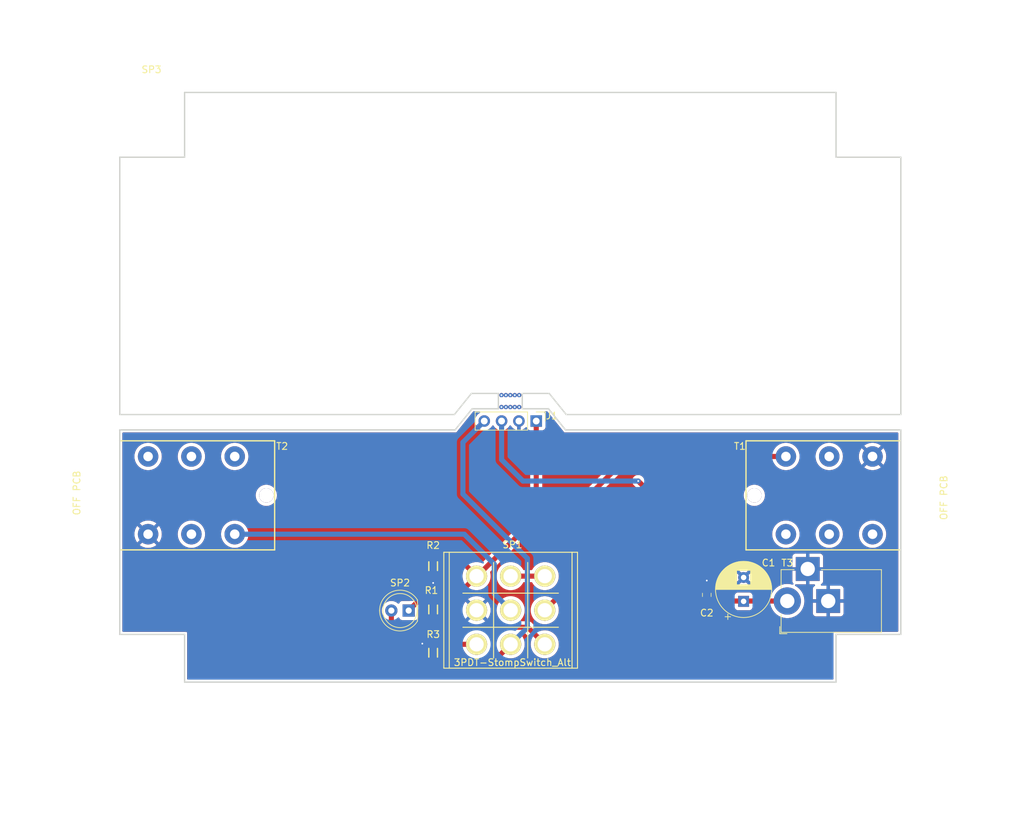
<source format=kicad_pcb>
(kicad_pcb (version 20221018) (generator pcbnew)
  (layers (0 "F.Cu" signal) (31 "B.Cu" signal) (34 "B.Paste" user) (35 "F.Paste" user) (36 "B.SilkS" user "B.Silkscreen") (37 "F.SilkS" user "F.Silkscreen") (38 "B.Mask" user) (39 "F.Mask" user) (44 "Edge.Cuts" user))
  (net 0 "")
  (net 1 "GND")
  (net 2 "+9V")
  (net 3 "Net-(R1-Pad2)")
  (net 4 "Net-(R1-Pad1)")
  (net 5 "Net-(T1-Pad5)")
  (net 6 "Net-(T1-Pad3)")
  (net 7 "Net-(T1-Pad2)")
  (net 8 "Net-(T1-Pad1)")
  (net 9 "Net-(T2-Pad5)")
  (net 10 "Net-(T2-Pad3)")
  (net 11 "Net-(T2-Pad2)")
  (net 12 "Net-(T2-Pad1)")
  (net 13 "/IN")
  (net 14 "/OUT")
  (net 15 "/Pedal_IN")
  (net 16 "/Pedal_OUT")
  (net 17 "/BYPASS")
  (footprint "AVR-KiCAD-Lib-Capacitors:C0805" (layer "F.Cu") (at 183.55 137.2 90)
    (fp_text reference "C2" (at -2.65 0 180) (layer "F.SilkS"))
    (fp_text value "CL21B104KCFNNNE" hide)
    (fp_line (start -0.254 -0.635) (end 0.254 -0.635) (stroke (width 0.1)) (layer "F.SilkS"))
    (fp_line (start -0.254 0.635) (end 0.254 0.635) (stroke (width 0.1)) (layer "F.SilkS"))
    (pad "1" smd roundrect (at -0.95 0 90) (size 1.321 1.524) (layers "F.Cu" "F.Paste" "F.Mask") (net 2 "+9V"))
    (pad "2" smd roundrect (at 0.95 0 90) (size 1.321 1.524) (layers "F.Cu" "F.Paste" "F.Mask") (net 1 "GND"))
  )
  (footprint "Connector_PinHeader_2.54mm:PinHeader_1x04_P2.54mm_Vertical" (layer "F.Cu") (at 158.55 111.7 -90)
    (fp_text reference "J1" (at -0.762 -2.286 180) (layer "F.SilkS"))
    (fp_text value "Conn_01x04_Female" hide)
    (fp_line (start -1.33 -1.33) (end 0 -1.33) (stroke (width 0.12)) (layer "F.SilkS"))
    (fp_line (start -1.33 0) (end -1.33 -1.33) (stroke (width 0.12)) (layer "F.SilkS"))
    (fp_line (start -1.33 1.27) (end -1.33 8.95) (stroke (width 0.12)) (layer "F.SilkS"))
    (fp_line (start -1.33 1.27) (end 1.33 1.27) (stroke (width 0.12)) (layer "F.SilkS"))
    (fp_line (start -1.33 8.95) (end 1.33 8.95) (stroke (width 0.12)) (layer "F.SilkS"))
    (fp_line (start 1.33 1.27) (end 1.33 8.95) (stroke (width 0.12)) (layer "F.SilkS"))
    (pad "1" thru_hole rect (at 0 0 270) (size 1.7 1.7) (drill 1) (layers "*.Cu" "*.Mask") (net 13 "/IN"))
    (pad "2" thru_hole oval (at 0 2.54 270) (size 1.7 1.7) (drill 1) (layers "*.Cu" "*.Mask") (net 1 "GND"))
    (pad "3" thru_hole oval (at 0 5.08 270) (size 1.7 1.7) (drill 1) (layers "*.Cu" "*.Mask") (net 2 "+9V"))
    (pad "4" thru_hole oval (at 0 7.62 270) (size 1.7 1.7) (drill 1) (layers "*.Cu" "*.Mask") (net 14 "/OUT"))
  )
  (footprint "AVR-KiCAD-Lib-Resistors:R1206" (layer "F.Cu") (at 143.438 139.338 90)
    (fp_text reference "R1" (at 2.794 -0.254) (layer "F.SilkS"))
    (fp_text value "RC1206FR-071KL" hide)
    (fp_line (start -0.635 -0.635) (end 0.635 -0.635) (stroke (width 0.2)) (layer "F.SilkS"))
    (fp_line (start 0.635 0.635) (end -0.635 0.635) (stroke (width 0.2)) (layer "F.SilkS"))
    (pad "1" smd roundrect (at -1.325 0 90) (size 1.1 2) (layers "F.Cu" "F.Paste" "F.Mask") (net 4 "Net-(R1-Pad1)"))
    (pad "2" smd roundrect (at 1.325 0 90) (size 1.1 2) (layers "F.Cu" "F.Paste" "F.Mask") (net 3 "Net-(R1-Pad2)"))
  )
  (footprint "AVR-KiCAD-Lib-Resistors:R1206" (layer "F.Cu") (at 143.438 132.988 -90)
    (fp_text reference "R2" (at -3.048 0 180) (layer "F.SilkS"))
    (fp_text value "RC1206FR-071ML" hide)
    (fp_line (start -0.635 -0.635) (end 0.635 -0.635) (stroke (width 0.2)) (layer "F.SilkS"))
    (fp_line (start 0.635 0.635) (end -0.635 0.635) (stroke (width 0.2)) (layer "F.SilkS"))
    (pad "1" smd roundrect (at -1.325 0 270) (size 1.1 2) (layers "F.Cu" "F.Paste" "F.Mask") (net 13 "/IN"))
    (pad "2" smd roundrect (at 1.325 0 270) (size 1.1 2) (layers "F.Cu" "F.Paste" "F.Mask") (net 1 "GND"))
  )
  (footprint "AVR-KiCAD-Lib-Resistors:R1206" (layer "F.Cu") (at 143.438 145.688 90)
    (fp_text reference "R3" (at 2.688 0.012) (layer "F.SilkS"))
    (fp_text value "RC1206FR-071ML" hide)
    (fp_line (start -0.635 -0.635) (end 0.635 -0.635) (stroke (width 0.2)) (layer "F.SilkS"))
    (fp_line (start 0.635 0.635) (end -0.635 0.635) (stroke (width 0.2)) (layer "F.SilkS"))
    (pad "1" smd roundrect (at -1.325 0 90) (size 1.1 2) (layers "F.Cu" "F.Paste" "F.Mask") (net 14 "/OUT"))
    (pad "2" smd roundrect (at 1.325 0 90) (size 1.1 2) (layers "F.Cu" "F.Paste" "F.Mask") (net 1 "GND"))
  )
  (footprint "AVR-KiCAD-Lib-Diodesl:LED_D5.0mm" (layer "F.Cu") (at 139.85 139.5 180)
    (fp_text reference "SP2" (at 1.27 4.064 180) (layer "F.SilkS"))
    (fp_text value "HLMP-4700-C0002" hide)
    (fp_line (start -1.29 -1.545) (end -1.29 1.545) (stroke (width 0.12)) (layer "F.SilkS"))
    (fp_arc (start -1.29 -1.54483) (mid 2.072002 -2.880433) (end 4.26 0.000462) (stroke (width 0.12)) (layer "F.SilkS"))
    (fp_arc (start 4.26 -0.000462) (mid 2.072002 2.880433) (end -1.29 1.54483) (stroke (width 0.12)) (layer "F.SilkS"))
    (fp_circle (center 1.27 0) (end 3.77 0) (stroke (width 0.12)) (fill none) (layer "F.SilkS"))
    (pad "1" thru_hole rect (at 0 0 180) (size 1.8 1.8) (drill 0.9) (layers "*.Cu" "*.Mask") (net 3 "Net-(R1-Pad2)"))
    (pad "2" thru_hole circle (at 2.54 0 180) (size 1.8 1.8) (drill 0.9) (layers "*.Cu" "*.Mask") (net 2 "+9V"))
  )
  (footprint "AVR-KiCAD-Lib-Connectors:ACJS-MHDR" (layer "F.Cu") (at 201.5 122.6)
    (fp_text reference "T1" (at -13.1 -7.2) (layer "F.SilkS"))
    (fp_text value "ACJS-MHDR")
    (fp_text user "OFF PCB" (at 16.8 0.35 90) (layer "F.SilkS"))
    (fp_line (start -12.2 -8) (end 10.5 -8) (stroke (width 0.2)) (layer "F.SilkS"))
    (fp_line (start -12.2 8) (end -12.2 -8) (stroke (width 0.2)) (layer "F.SilkS"))
    (fp_line (start -12.2 8) (end 10.5 8) (stroke (width 0.2)) (layer "F.SilkS"))
    (pad "1" thru_hole circle (at 6.35 5.7) (size 3 3) (drill 1.4) (layers "*.Cu" "*.Mask") (net 8 "Net-(T1-Pad1)"))
    (pad "2" thru_hole circle (at 0 5.7) (size 3 3) (drill 1.4) (layers "*.Cu" "*.Mask") (net 7 "Net-(T1-Pad2)"))
    (pad "3" thru_hole circle (at -6.35 5.7) (size 3 3) (drill 1.4) (layers "*.Cu" "*.Mask") (net 6 "Net-(T1-Pad3)"))
    (pad "4" thru_hole circle (at 6.35 -5.7) (size 3 3) (drill 1.4) (layers "*.Cu" "*.Mask") (net 1 "GND"))
    (pad "5" thru_hole circle (at 0 -5.7) (size 3 3) (drill 1.4) (layers "*.Cu" "*.Mask") (net 5 "Net-(T1-Pad5)"))
    (pad "6" thru_hole circle (at -6.35 -5.7) (size 3 3) (drill 1.4) (layers "*.Cu" "*.Mask") (net 15 "/Pedal_IN"))
    (pad "7" thru_hole circle (at -10.98 0) (size 2.1 2.1) (drill 2.1) (layers "*.Cu" "*.Mask"))
  )
  (footprint "AVR-KiCAD-Lib-Connectors:ACJS-MHDR" (layer "F.Cu") (at 108 122.6 180)
    (fp_text reference "T2" (at -13.3 7.2 180) (layer "F.SilkS"))
    (fp_text value "ACJS-MHDR")
    (fp_text user "OFF PCB" (at 16.8 0.35 270) (layer "F.SilkS"))
    (fp_line (start -12.2 -8) (end 10.5 -8) (stroke (width 0.2)) (layer "F.SilkS"))
    (fp_line (start -12.2 8) (end -12.2 -8) (stroke (width 0.2)) (layer "F.SilkS"))
    (fp_line (start -12.2 8) (end 10.5 8) (stroke (width 0.2)) (layer "F.SilkS"))
    (pad "1" thru_hole circle (at 6.35 5.7 180) (size 3 3) (drill 1.4) (layers "*.Cu" "*.Mask") (net 12 "Net-(T2-Pad1)"))
    (pad "2" thru_hole circle (at 0 5.7 180) (size 3 3) (drill 1.4) (layers "*.Cu" "*.Mask") (net 11 "Net-(T2-Pad2)"))
    (pad "3" thru_hole circle (at -6.35 5.7 180) (size 3 3) (drill 1.4) (layers "*.Cu" "*.Mask") (net 10 "Net-(T2-Pad3)"))
    (pad "4" thru_hole circle (at 6.35 -5.7 180) (size 3 3) (drill 1.4) (layers "*.Cu" "*.Mask") (net 1 "GND"))
    (pad "5" thru_hole circle (at 0 -5.7 180) (size 3 3) (drill 1.4) (layers "*.Cu" "*.Mask") (net 9 "Net-(T2-Pad5)"))
    (pad "6" thru_hole circle (at -6.35 -5.7 180) (size 3 3) (drill 1.4) (layers "*.Cu" "*.Mask") (net 16 "/Pedal_OUT"))
    (pad "7" thru_hole circle (at -10.98 0 180) (size 2.1 2.1) (drill 2.1) (layers "*.Cu" "*.Mask"))
  )
  (footprint "AVR-KiCAD-Lib-Special:Switches_Stomp_Switch_3PDT" (layer "F.Cu") (at 154.8 139.45)
    (fp_text reference "SP1" (at 0.254 -9.604) (layer "F.SilkS"))
    (fp_text value "3PDT-StompSwitch_Alt" (at 0.254 7.668) (layer "F.SilkS"))
    (fp_line (start -9.8 -8.5) (end -9 -8.5) (stroke (width 0.15)) (layer "F.SilkS"))
    (fp_line (start -9.8 8.5) (end -9.8 -8.5) (stroke (width 0.15)) (layer "F.SilkS"))
    (fp_line (start -9 -8.5) (end 9 -8.5) (stroke (width 0.15)) (layer "F.SilkS"))
    (fp_line (start -9 8.5) (end -9.8 8.5) (stroke (width 0.15)) (layer "F.SilkS"))
    (fp_line (start -9 8.5) (end -9 -8.5) (stroke (width 0.15)) (layer "F.SilkS"))
    (fp_line (start -9 8.5) (end 9 8.5) (stroke (width 0.15)) (layer "F.SilkS"))
    (fp_line (start -7 -2.5) (end 7 -2.5) (stroke (width 0.15)) (layer "F.SilkS"))
    (fp_line (start -2.5 -7) (end -2.5 7) (stroke (width 0.15)) (layer "F.SilkS"))
    (fp_line (start 2.5 7) (end 2.5 -7) (stroke (width 0.15)) (layer "F.SilkS"))
    (fp_line (start 7 2.5) (end -7 2.5) (stroke (width 0.15)) (layer "F.SilkS"))
    (fp_line (start 9 -8.5) (end 9 0) (stroke (width 0.15)) (layer "F.SilkS"))
    (fp_line (start 9 8.5) (end 9 0) (stroke (width 0.15)) (layer "F.SilkS"))
    (fp_line (start 9.8 -8.5) (end 9 -8.5) (stroke (width 0.15)) (layer "F.SilkS"))
    (fp_line (start 9.8 8.5) (end 9 8.5) (stroke (width 0.15)) (layer "F.SilkS"))
    (fp_line (start 9.8 8.5) (end 9.8 -8.5) (stroke (width 0.15)) (layer "F.SilkS"))
    (pad "1" thru_hole circle (at 5 -5) (size 3.1 3.1) (drill 2.1) (layers "*.Cu" "*.Mask" "F.SilkS") (net 17 "/BYPASS"))
    (pad "2" thru_hole circle (at 0 -5) (size 3.1 3.1) (drill 2.1) (layers "*.Cu" "*.Mask" "F.SilkS") (net 17 "/BYPASS"))
    (pad "3" thru_hole circle (at -5 -5) (size 3.1 3.1) (drill 2.1) (layers "*.Cu" "*.Mask" "F.SilkS") (net 13 "/IN"))
    (pad "4" thru_hole circle (at 5 0) (size 3.1 3.1) (drill 2.1) (layers "*.Cu" "*.Mask" "F.SilkS") (net 15 "/Pedal_IN"))
    (pad "5" thru_hole circle (at 0 0) (size 3.1 3.1) (drill 2.1) (layers "*.Cu" "*.Mask" "F.SilkS") (net 16 "/Pedal_OUT"))
    (pad "6" thru_hole circle (at -5 0) (size 3.1 3.1) (drill 2.1) (layers "*.Cu" "*.Mask" "F.SilkS") (net 1 "GND"))
    (pad "7" thru_hole circle (at 5 5) (size 3.1 3.1) (drill 2.1) (layers "*.Cu" "*.Mask" "F.SilkS") (net 13 "/IN"))
    (pad "8" thru_hole circle (at 0 5) (size 3.1 3.1) (drill 2.1) (layers "*.Cu" "*.Mask" "F.SilkS") (net 14 "/OUT"))
    (pad "9" thru_hole circle (at -5 5) (size 3.1 3.1) (drill 2.1) (layers "*.Cu" "*.Mask" "F.SilkS") (net 4 "Net-(R1-Pad1)"))
  )
  (footprint "AVR-KiCAD-Lib-Capacitors:CP_Radial_D8.0mm_P3.50mm" (layer "F.Cu") (at 188.95 138.15 90)
    (fp_text reference "C1" (at 5.65 3.65) (layer "F.SilkS"))
    (fp_text value "UFW1H101MPD" hide)
    (fp_line (start -2.659698 -2.315) (end -1.859698 -2.315) (stroke (width 0.12)) (layer "F.SilkS"))
    (fp_line (start -2.259698 -2.715) (end -2.259698 -1.915) (stroke (width 0.12)) (layer "F.SilkS"))
    (fp_line (start 1.75 -4.08) (end 1.75 4.08) (stroke (width 0.12)) (layer "F.SilkS"))
    (fp_line (start 1.79 -4.08) (end 1.79 4.08) (stroke (width 0.12)) (layer "F.SilkS"))
    (fp_line (start 1.83 -4.08) (end 1.83 4.08) (stroke (width 0.12)) (layer "F.SilkS"))
    (fp_line (start 1.87 -4.079) (end 1.87 4.079) (stroke (width 0.12)) (layer "F.SilkS"))
    (fp_line (start 1.91 -4.077) (end 1.91 4.077) (stroke (width 0.12)) (layer "F.SilkS"))
    (fp_line (start 1.95 -4.076) (end 1.95 4.076) (stroke (width 0.12)) (layer "F.SilkS"))
    (fp_line (start 1.99 -4.074) (end 1.99 4.074) (stroke (width 0.12)) (layer "F.SilkS"))
    (fp_line (start 2.03 -4.071) (end 2.03 4.071) (stroke (width 0.12)) (layer "F.SilkS"))
    (fp_line (start 2.07 -4.068) (end 2.07 4.068) (stroke (width 0.12)) (layer "F.SilkS"))
    (fp_line (start 2.11 -4.065) (end 2.11 4.065) (stroke (width 0.12)) (layer "F.SilkS"))
    (fp_line (start 2.15 -4.061) (end 2.15 4.061) (stroke (width 0.12)) (layer "F.SilkS"))
    (fp_line (start 2.19 -4.057) (end 2.19 4.057) (stroke (width 0.12)) (layer "F.SilkS"))
    (fp_line (start 2.23 -4.052) (end 2.23 4.052) (stroke (width 0.12)) (layer "F.SilkS"))
    (fp_line (start 2.27 -4.048) (end 2.27 4.048) (stroke (width 0.12)) (layer "F.SilkS"))
    (fp_line (start 2.31 -4.042) (end 2.31 4.042) (stroke (width 0.12)) (layer "F.SilkS"))
    (fp_line (start 2.35 -4.037) (end 2.35 4.037) (stroke (width 0.12)) (layer "F.SilkS"))
    (fp_line (start 2.39 -4.03) (end 2.39 4.03) (stroke (width 0.12)) (layer "F.SilkS"))
    (fp_line (start 2.43 -4.024) (end 2.43 4.024) (stroke (width 0.12)) (layer "F.SilkS"))
    (fp_line (start 2.471 -4.017) (end 2.471 -1.04) (stroke (width 0.12)) (layer "F.SilkS"))
    (fp_line (start 2.471 1.04) (end 2.471 4.017) (stroke (width 0.12)) (layer "F.SilkS"))
    (fp_line (start 2.511 -4.01) (end 2.511 -1.04) (stroke (width 0.12)) (layer "F.SilkS"))
    (fp_line (start 2.511 1.04) (end 2.511 4.01) (stroke (width 0.12)) (layer "F.SilkS"))
    (fp_line (start 2.551 -4.002) (end 2.551 -1.04) (stroke (width 0.12)) (layer "F.SilkS"))
    (fp_line (start 2.551 1.04) (end 2.551 4.002) (stroke (width 0.12)) (layer "F.SilkS"))
    (fp_line (start 2.591 -3.994) (end 2.591 -1.04) (stroke (width 0.12)) (layer "F.SilkS"))
    (fp_line (start 2.591 1.04) (end 2.591 3.994) (stroke (width 0.12)) (layer "F.SilkS"))
    (fp_line (start 2.631 -3.985) (end 2.631 -1.04) (stroke (width 0.12)) (layer "F.SilkS"))
    (fp_line (start 2.631 1.04) (end 2.631 3.985) (stroke (width 0.12)) (layer "F.SilkS"))
    (fp_line (start 2.671 -3.976) (end 2.671 -1.04) (stroke (width 0.12)) (layer "F.SilkS"))
    (fp_line (start 2.671 1.04) (end 2.671 3.976) (stroke (width 0.12)) (layer "F.SilkS"))
    (fp_line (start 2.711 -3.967) (end 2.711 -1.04) (stroke (width 0.12)) (layer "F.SilkS"))
    (fp_line (start 2.711 1.04) (end 2.711 3.967) (stroke (width 0.12)) (layer "F.SilkS"))
    (fp_line (start 2.751 -3.957) (end 2.751 -1.04) (stroke (width 0.12)) (layer "F.SilkS"))
    (fp_line (start 2.751 1.04) (end 2.751 3.957) (stroke (width 0.12)) (layer "F.SilkS"))
    (fp_line (start 2.791 -3.947) (end 2.791 -1.04) (stroke (width 0.12)) (layer "F.SilkS"))
    (fp_line (start 2.791 1.04) (end 2.791 3.947) (stroke (width 0.12)) (layer "F.SilkS"))
    (fp_line (start 2.831 -3.936) (end 2.831 -1.04) (stroke (width 0.12)) (layer "F.SilkS"))
    (fp_line (start 2.831 1.04) (end 2.831 3.936) (stroke (width 0.12)) (layer "F.SilkS"))
    (fp_line (start 2.871 -3.925) (end 2.871 -1.04) (stroke (width 0.12)) (layer "F.SilkS"))
    (fp_line (start 2.871 1.04) (end 2.871 3.925) (stroke (width 0.12)) (layer "F.SilkS"))
    (fp_line (start 2.911 -3.914) (end 2.911 -1.04) (stroke (width 0.12)) (layer "F.SilkS"))
    (fp_line (start 2.911 1.04) (end 2.911 3.914) (stroke (width 0.12)) (layer "F.SilkS"))
    (fp_line (start 2.951 -3.902) (end 2.951 -1.04) (stroke (width 0.12)) (layer "F.SilkS"))
    (fp_line (start 2.951 1.04) (end 2.951 3.902) (stroke (width 0.12)) (layer "F.SilkS"))
    (fp_line (start 2.991 -3.889) (end 2.991 -1.04) (stroke (width 0.12)) (layer "F.SilkS"))
    (fp_line (start 2.991 1.04) (end 2.991 3.889) (stroke (width 0.12)) (layer "F.SilkS"))
    (fp_line (start 3.031 -3.877) (end 3.031 -1.04) (stroke (width 0.12)) (layer "F.SilkS"))
    (fp_line (start 3.031 1.04) (end 3.031 3.877) (stroke (width 0.12)) (layer "F.SilkS"))
    (fp_line (start 3.071 -3.863) (end 3.071 -1.04) (stroke (width 0.12)) (layer "F.SilkS"))
    (fp_line (start 3.071 1.04) (end 3.071 3.863) (stroke (width 0.12)) (layer "F.SilkS"))
    (fp_line (start 3.111 -3.85) (end 3.111 -1.04) (stroke (width 0.12)) (layer "F.SilkS"))
    (fp_line (start 3.111 1.04) (end 3.111 3.85) (stroke (width 0.12)) (layer "F.SilkS"))
    (fp_line (start 3.151 -3.835) (end 3.151 -1.04) (stroke (width 0.12)) (layer "F.SilkS"))
    (fp_line (start 3.151 1.04) (end 3.151 3.835) (stroke (width 0.12)) (layer "F.SilkS"))
    (fp_line (start 3.191 -3.821) (end 3.191 -1.04) (stroke (width 0.12)) (layer "F.SilkS"))
    (fp_line (start 3.191 1.04) (end 3.191 3.821) (stroke (width 0.12)) (layer "F.SilkS"))
    (fp_line (start 3.231 -3.805) (end 3.231 -1.04) (stroke (width 0.12)) (layer "F.SilkS"))
    (fp_line (start 3.231 1.04) (end 3.231 3.805) (stroke (width 0.12)) (layer "F.SilkS"))
    (fp_line (start 3.271 -3.79) (end 3.271 -1.04) (stroke (width 0.12)) (layer "F.SilkS"))
    (fp_line (start 3.271 1.04) (end 3.271 3.79) (stroke (width 0.12)) (layer "F.SilkS"))
    (fp_line (start 3.311 -3.774) (end 3.311 -1.04) (stroke (width 0.12)) (layer "F.SilkS"))
    (fp_line (start 3.311 1.04) (end 3.311 3.774) (stroke (width 0.12)) (layer "F.SilkS"))
    (fp_line (start 3.351 -3.757) (end 3.351 -1.04) (stroke (width 0.12)) (layer "F.SilkS"))
    (fp_line (start 3.351 1.04) (end 3.351 3.757) (stroke (width 0.12)) (layer "F.SilkS"))
    (fp_line (start 3.391 -3.74) (end 3.391 -1.04) (stroke (width 0.12)) (layer "F.SilkS"))
    (fp_line (start 3.391 1.04) (end 3.391 3.74) (stroke (width 0.12)) (layer "F.SilkS"))
    (fp_line (start 3.431 -3.722) (end 3.431 -1.04) (stroke (width 0.12)) (layer "F.SilkS"))
    (fp_line (start 3.431 1.04) (end 3.431 3.722) (stroke (width 0.12)) (layer "F.SilkS"))
    (fp_line (start 3.471 -3.704) (end 3.471 -1.04) (stroke (width 0.12)) (layer "F.SilkS"))
    (fp_line (start 3.471 1.04) (end 3.471 3.704) (stroke (width 0.12)) (layer "F.SilkS"))
    (fp_line (start 3.511 -3.686) (end 3.511 -1.04) (stroke (width 0.12)) (layer "F.SilkS"))
    (fp_line (start 3.511 1.04) (end 3.511 3.686) (stroke (width 0.12)) (layer "F.SilkS"))
    (fp_line (start 3.551 -3.666) (end 3.551 -1.04) (stroke (width 0.12)) (layer "F.SilkS"))
    (fp_line (start 3.551 1.04) (end 3.551 3.666) (stroke (width 0.12)) (layer "F.SilkS"))
    (fp_line (start 3.591 -3.647) (end 3.591 -1.04) (stroke (width 0.12)) (layer "F.SilkS"))
    (fp_line (start 3.591 1.04) (end 3.591 3.647) (stroke (width 0.12)) (layer "F.SilkS"))
    (fp_line (start 3.631 -3.627) (end 3.631 -1.04) (stroke (width 0.12)) (layer "F.SilkS"))
    (fp_line (start 3.631 1.04) (end 3.631 3.627) (stroke (width 0.12)) (layer "F.SilkS"))
    (fp_line (start 3.671 -3.606) (end 3.671 -1.04) (stroke (width 0.12)) (layer "F.SilkS"))
    (fp_line (start 3.671 1.04) (end 3.671 3.606) (stroke (width 0.12)) (layer "F.SilkS"))
    (fp_line (start 3.711 -3.584) (end 3.711 -1.04) (stroke (width 0.12)) (layer "F.SilkS"))
    (fp_line (start 3.711 1.04) (end 3.711 3.584) (stroke (width 0.12)) (layer "F.SilkS"))
    (fp_line (start 3.751 -3.562) (end 3.751 -1.04) (stroke (width 0.12)) (layer "F.SilkS"))
    (fp_line (start 3.751 1.04) (end 3.751 3.562) (stroke (width 0.12)) (layer "F.SilkS"))
    (fp_line (start 3.791 -3.54) (end 3.791 -1.04) (stroke (width 0.12)) (layer "F.SilkS"))
    (fp_line (start 3.791 1.04) (end 3.791 3.54) (stroke (width 0.12)) (layer "F.SilkS"))
    (fp_line (start 3.831 -3.517) (end 3.831 -1.04) (stroke (width 0.12)) (layer "F.SilkS"))
    (fp_line (start 3.831 1.04) (end 3.831 3.517) (stroke (width 0.12)) (layer "F.SilkS"))
    (fp_line (start 3.871 -3.493) (end 3.871 -1.04) (stroke (width 0.12)) (layer "F.SilkS"))
    (fp_line (start 3.871 1.04) (end 3.871 3.493) (stroke (width 0.12)) (layer "F.SilkS"))
    (fp_line (start 3.911 -3.469) (end 3.911 -1.04) (stroke (width 0.12)) (layer "F.SilkS"))
    (fp_line (start 3.911 1.04) (end 3.911 3.469) (stroke (width 0.12)) (layer "F.SilkS"))
    (fp_line (start 3.951 -3.444) (end 3.951 -1.04) (stroke (width 0.12)) (layer "F.SilkS"))
    (fp_line (start 3.951 1.04) (end 3.951 3.444) (stroke (width 0.12)) (layer "F.SilkS"))
    (fp_line (start 3.991 -3.418) (end 3.991 -1.04) (stroke (width 0.12)) (layer "F.SilkS"))
    (fp_line (start 3.991 1.04) (end 3.991 3.418) (stroke (width 0.12)) (layer "F.SilkS"))
    (fp_line (start 4.031 -3.392) (end 4.031 -1.04) (stroke (width 0.12)) (layer "F.SilkS"))
    (fp_line (start 4.031 1.04) (end 4.031 3.392) (stroke (width 0.12)) (layer "F.SilkS"))
    (fp_line (start 4.071 -3.365) (end 4.071 -1.04) (stroke (width 0.12)) (layer "F.SilkS"))
    (fp_line (start 4.071 1.04) (end 4.071 3.365) (stroke (width 0.12)) (layer "F.SilkS"))
    (fp_line (start 4.111 -3.338) (end 4.111 -1.04) (stroke (width 0.12)) (layer "F.SilkS"))
    (fp_line (start 4.111 1.04) (end 4.111 3.338) (stroke (width 0.12)) (layer "F.SilkS"))
    (fp_line (start 4.151 -3.309) (end 4.151 -1.04) (stroke (width 0.12)) (layer "F.SilkS"))
    (fp_line (start 4.151 1.04) (end 4.151 3.309) (stroke (width 0.12)) (layer "F.SilkS"))
    (fp_line (start 4.191 -3.28) (end 4.191 -1.04) (stroke (width 0.12)) (layer "F.SilkS"))
    (fp_line (start 4.191 1.04) (end 4.191 3.28) (stroke (width 0.12)) (layer "F.SilkS"))
    (fp_line (start 4.231 -3.25) (end 4.231 -1.04) (stroke (width 0.12)) (layer "F.SilkS"))
    (fp_line (start 4.231 1.04) (end 4.231 3.25) (stroke (width 0.12)) (layer "F.SilkS"))
    (fp_line (start 4.271 -3.22) (end 4.271 -1.04) (stroke (width 0.12)) (layer "F.SilkS"))
    (fp_line (start 4.271 1.04) (end 4.271 3.22) (stroke (width 0.12)) (layer "F.SilkS"))
    (fp_line (start 4.311 -3.189) (end 4.311 -1.04) (stroke (width 0.12)) (layer "F.SilkS"))
    (fp_line (start 4.311 1.04) (end 4.311 3.189) (stroke (width 0.12)) (layer "F.SilkS"))
    (fp_line (start 4.351 -3.156) (end 4.351 -1.04) (stroke (width 0.12)) (layer "F.SilkS"))
    (fp_line (start 4.351 1.04) (end 4.351 3.156) (stroke (width 0.12)) (layer "F.SilkS"))
    (fp_line (start 4.391 -3.124) (end 4.391 -1.04) (stroke (width 0.12)) (layer "F.SilkS"))
    (fp_line (start 4.391 1.04) (end 4.391 3.124) (stroke (width 0.12)) (layer "F.SilkS"))
    (fp_line (start 4.431 -3.09) (end 4.431 -1.04) (stroke (width 0.12)) (layer "F.SilkS"))
    (fp_line (start 4.431 1.04) (end 4.431 3.09) (stroke (width 0.12)) (layer "F.SilkS"))
    (fp_line (start 4.471 -3.055) (end 4.471 -1.04) (stroke (width 0.12)) (layer "F.SilkS"))
    (fp_line (start 4.471 1.04) (end 4.471 3.055) (stroke (width 0.12)) (layer "F.SilkS"))
    (fp_line (start 4.511 -3.019) (end 4.511 -1.04) (stroke (width 0.12)) (layer "F.SilkS"))
    (fp_line (start 4.511 1.04) (end 4.511 3.019) (stroke (width 0.12)) (layer "F.SilkS"))
    (fp_line (start 4.551 -2.983) (end 4.551 2.983) (stroke (width 0.12)) (layer "F.SilkS"))
    (fp_line (start 4.591 -2.945) (end 4.591 2.945) (stroke (width 0.12)) (layer "F.SilkS"))
    (fp_line (start 4.631 -2.907) (end 4.631 2.907) (stroke (width 0.12)) (layer "F.SilkS"))
    (fp_line (start 4.671 -2.867) (end 4.671 2.867) (stroke (width 0.12)) (layer "F.SilkS"))
    (fp_line (start 4.711 -2.826) (end 4.711 2.826) (stroke (width 0.12)) (layer "F.SilkS"))
    (fp_line (start 4.751 -2.784) (end 4.751 2.784) (stroke (width 0.12)) (layer "F.SilkS"))
    (fp_line (start 4.791 -2.741) (end 4.791 2.741) (stroke (width 0.12)) (layer "F.SilkS"))
    (fp_line (start 4.831 -2.697) (end 4.831 2.697) (stroke (width 0.12)) (layer "F.SilkS"))
    (fp_line (start 4.871 -2.651) (end 4.871 2.651) (stroke (width 0.12)) (layer "F.SilkS"))
    (fp_line (start 4.911 -2.604) (end 4.911 2.604) (stroke (width 0.12)) (layer "F.SilkS"))
    (fp_line (start 4.951 -2.556) (end 4.951 2.556) (stroke (width 0.12)) (layer "F.SilkS"))
    (fp_line (start 4.991 -2.505) (end 4.991 2.505) (stroke (width 0.12)) (layer "F.SilkS"))
    (fp_line (start 5.031 -2.454) (end 5.031 2.454) (stroke (width 0.12)) (layer "F.SilkS"))
    (fp_line (start 5.071 -2.4) (end 5.071 2.4) (stroke (width 0.12)) (layer "F.SilkS"))
    (fp_line (start 5.111 -2.345) (end 5.111 2.345) (stroke (width 0.12)) (layer "F.SilkS"))
    (fp_line (start 5.151 -2.287) (end 5.151 2.287) (stroke (width 0.12)) (layer "F.SilkS"))
    (fp_line (start 5.191 -2.228) (end 5.191 2.228) (stroke (width 0.12)) (layer "F.SilkS"))
    (fp_line (start 5.231 -2.166) (end 5.231 2.166) (stroke (width 0.12)) (layer "F.SilkS"))
    (fp_line (start 5.271 -2.102) (end 5.271 2.102) (stroke (width 0.12)) (layer "F.SilkS"))
    (fp_line (start 5.311 -2.034) (end 5.311 2.034) (stroke (width 0.12)) (layer "F.SilkS"))
    (fp_line (start 5.351 -1.964) (end 5.351 1.964) (stroke (width 0.12)) (layer "F.SilkS"))
    (fp_line (start 5.391 -1.89) (end 5.391 1.89) (stroke (width 0.12)) (layer "F.SilkS"))
    (fp_line (start 5.431 -1.813) (end 5.431 1.813) (stroke (width 0.12)) (layer "F.SilkS"))
    (fp_line (start 5.471 -1.731) (end 5.471 1.731) (stroke (width 0.12)) (layer "F.SilkS"))
    (fp_line (start 5.511 -1.645) (end 5.511 1.645) (stroke (width 0.12)) (layer "F.SilkS"))
    (fp_line (start 5.551 -1.552) (end 5.551 1.552) (stroke (width 0.12)) (layer "F.SilkS"))
    (fp_line (start 5.591 -1.453) (end 5.591 1.453) (stroke (width 0.12)) (layer "F.SilkS"))
    (fp_line (start 5.631 -1.346) (end 5.631 1.346) (stroke (width 0.12)) (layer "F.SilkS"))
    (fp_line (start 5.671 -1.229) (end 5.671 1.229) (stroke (width 0.12)) (layer "F.SilkS"))
    (fp_line (start 5.711 -1.098) (end 5.711 1.098) (stroke (width 0.12)) (layer "F.SilkS"))
    (fp_line (start 5.751 -0.948) (end 5.751 0.948) (stroke (width 0.12)) (layer "F.SilkS"))
    (fp_line (start 5.791 -0.768) (end 5.791 0.768) (stroke (width 0.12)) (layer "F.SilkS"))
    (fp_line (start 5.831 -0.533) (end 5.831 0.533) (stroke (width 0.12)) (layer "F.SilkS"))
    (fp_circle (center 1.75 0) (end 5.87 0) (stroke (width 0.12)) (fill none) (layer "F.SilkS"))
    (pad "1" thru_hole rect (at 0 0 90) (size 1.6 1.6) (drill 0.8) (layers "*.Cu" "*.Mask") (net 2 "+9V"))
    (pad "2" thru_hole circle (at 3.5 0 90) (size 1.6 1.6) (drill 0.8) (layers "*.Cu" "*.Mask") (net 1 "GND"))
  )
  (footprint "AVR-KiCAD-Lib-Connectors:BarrelJack_Horizontal" (layer "F.Cu") (at 195.35 138.1 180)
    (fp_text reference "T3" (at 0 5.588 180) (layer "F.SilkS"))
    (fp_text value "54-00129")
    (fp_line (start -13.8 -4.6) (end 0.9 -4.6) (stroke (width 0.12)) (layer "F.SilkS"))
    (fp_line (start -13.8 4.6) (end -13.8 -4.6) (stroke (width 0.12)) (layer "F.SilkS"))
    (fp_line (start -5 4.6) (end -13.8 4.6) (stroke (width 0.12)) (layer "F.SilkS"))
    (fp_line (start 0.05 -4.8) (end 1.1 -4.8) (stroke (width 0.12)) (layer "F.SilkS"))
    (fp_line (start 0.9 -4.6) (end 0.9 -2) (stroke (width 0.12)) (layer "F.SilkS"))
    (fp_line (start 0.9 1.9) (end 0.9 4.6) (stroke (width 0.12)) (layer "F.SilkS"))
    (fp_line (start 0.9 4.6) (end -1 4.6) (stroke (width 0.12)) (layer "F.SilkS"))
    (fp_line (start 1.1 -3.75) (end 1.1 -4.8) (stroke (width 0.12)) (layer "F.SilkS"))
    (pad "1" thru_hole circle (at 0 0 180) (size 4 4) (drill 2.1) (layers "*.Cu" "*.Mask") (net 2 "+9V"))
    (pad "2" thru_hole rect (at -6 0 180) (size 3.5 3.5) (drill 2.1) (layers "*.Cu" "*.Mask") (net 1 "GND"))
    (pad "3" thru_hole rect (at -3 4.7 180) (size 3.5 3.5) (drill 2.1) (layers "*.Cu" "*.Mask") (net 1 "GND"))
  )
  (footprint "AVR-KiCAD-Lib-Special:1590BB" (layer "F.Cu") (at 100 150)
    (fp_text reference "SP3" (at 2.15 -89.85) (layer "F.SilkS"))
    (fp_text value "Hammond_1590BB")
  )
  (gr_line (start 202.5 150) (end 202.5 143) (stroke (width 0.2)) (layer "Edge.Cuts"))
  (gr_line (start 212 143) (end 202.5 143) (stroke (width 0.2)) (layer "Edge.Cuts"))
  (gr_line (start 212 143) (end 212 113) (stroke (width 0.2)) (layer "Edge.Cuts"))
  (gr_line (start 97.5 143) (end 97.5 113) (stroke (width 0.2)) (layer "Edge.Cuts"))
  (gr_line (start 146.65 113) (end 149.15 109.9) (stroke (width 0.2)) (layer "Edge.Cuts"))
  (gr_line (start 146.65 113) (end 97.5 113) (stroke (width 0.2)) (layer "Edge.Cuts"))
  (gr_line (start 160.45 107.65) (end 162.95 110.75) (stroke (width 0.2)) (layer "Edge.Cuts"))
  (gr_line (start 146.55 110.75) (end 149.05 107.65) (stroke (width 0.2)) (layer "Edge.Cuts"))
  (gr_line (start 97.5 110.75) (end 146.55 110.75) (stroke (width 0.2)) (layer "Edge.Cuts"))
  (gr_line (start 107 63.5) (end 107 73) (stroke (width 0.2)) (layer "Edge.Cuts"))
  (gr_line (start 202.5 63.5) (end 107 63.5) (stroke (width 0.2)) (layer "Edge.Cuts"))
  (gr_line (start 202.5 73) (end 212 73) (stroke (width 0.2)) (layer "Edge.Cuts"))
  (gr_line (start 212 110.75) (end 212 73) (stroke (width 0.2)) (layer "Edge.Cuts"))
  (gr_line (start 153 109.9) (end 153 107.65) (stroke (width 0.2)) (layer "Edge.Cuts"))
  (gr_line (start 153 107.65) (end 149.05 107.65) (stroke (width 0.2)) (layer "Edge.Cuts"))
  (gr_line (start 160.45 107.65) (end 156.5 107.65) (stroke (width 0.2)) (layer "Edge.Cuts"))
  (gr_line (start 149.15 109.9) (end 153 109.9) (stroke (width 0.2)) (layer "Edge.Cuts"))
  (gr_line (start 107 143) (end 97.5 143) (stroke (width 0.2)) (layer "Edge.Cuts"))
  (gr_line (start 97.5 110.75) (end 97.5 73) (stroke (width 0.2)) (layer "Edge.Cuts"))
  (gr_line (start 162.85 113) (end 212 113) (stroke (width 0.2)) (layer "Edge.Cuts"))
  (gr_line (start 160.35 109.9) (end 156.5 109.9) (stroke (width 0.2)) (layer "Edge.Cuts"))
  (gr_line (start 107 150) (end 107 143) (stroke (width 0.2)) (layer "Edge.Cuts"))
  (gr_line (start 160.35 109.9) (end 162.85 113) (stroke (width 0.2)) (layer "Edge.Cuts"))
  (gr_line (start 156.5 109.9) (end 156.5 107.65) (stroke (width 0.2)) (layer "Edge.Cuts"))
  (gr_line (start 107 73) (end 97.5 73) (stroke (width 0.2)) (layer "Edge.Cuts"))
  (gr_line (start 202.5 63.5) (end 202.5 73) (stroke (width 0.2)) (layer "Edge.Cuts"))
  (gr_line (start 202.5 150) (end 107 150) (stroke (width 0.2)) (layer "Edge.Cuts"))
  (gr_line (start 212 110.75) (end 162.95 110.75) (stroke (width 0.2)) (layer "Edge.Cuts"))
  (via (at 154.1 107.9) (size 0.635) (drill 0.254) (layers "F.Cu" "B.Cu") (net 0))
  (via (at 154.75 109.65) (size 0.635) (drill 0.254) (layers "F.Cu" "B.Cu") (net 0))
  (via (at 154.1 109.65) (size 0.635) (drill 0.254) (layers "F.Cu" "B.Cu") (net 0))
  (via (at 155.4 109.65) (size 0.635) (drill 0.254) (layers "F.Cu" "B.Cu") (net 0))
  (via (at 156.05 109.65) (size 0.635) (drill 0.254) (layers "F.Cu" "B.Cu") (net 0))
  (via (at 153.45 109.65) (size 0.635) (drill 0.254) (layers "F.Cu" "B.Cu") (net 0))
  (via (at 156.05 107.9) (size 0.635) (drill 0.254) (layers "F.Cu" "B.Cu") (net 0))
  (via (at 154.75 107.9) (size 0.635) (drill 0.254) (layers "F.Cu" "B.Cu") (net 0))
  (via (at 155.4 107.9) (size 0.635) (drill 0.254) (layers "F.Cu" "B.Cu") (net 0))
  (via (at 153.45 107.9) (size 0.635) (drill 0.254) (layers "F.Cu" "B.Cu") (net 0))
  (segment (start 141.863 144.363) (end 141.85 144.35) (width 0.25) (layer "F.Cu") (net 1))
  (segment (start 183.55 136.25) (end 183.55 135.1) (width 0.75) (layer "F.Cu") (net 1))
  (segment (start 143.438 135.45) (end 143.438 134.313) (width 0.75) (layer "F.Cu") (net 1))
  (segment (start 143.438 144.363) (end 141.863 144.363) (width 0.75) (layer "F.Cu") (net 1))
  (via (at 143.438 135.45) (size 0.635) (drill 0.254) (layers "F.Cu" "B.Cu") (net 1))
  (via (at 141.85 144.35) (size 0.635) (drill 0.254) (layers "F.Cu" "B.Cu") (net 1))
  (via (at 183.55 135.1) (size 0.635) (drill 0.254) (layers "F.Cu" "B.Cu") (net 1))
  (segment (start 164.8 148.95) (end 140.9 148.95) (width 0.75) (layer "F.Cu") (net 2))
  (segment (start 175.65 138.1) (end 164.8 148.95) (width 0.75) (layer "F.Cu") (net 2))
  (segment (start 175.65 122.649952) (end 173.817547 120.817499) (width 0.75) (layer "F.Cu") (net 2))
  (segment (start 140.9 148.95) (end 137.31 145.36) (width 0.75) (layer "F.Cu") (net 2))
  (segment (start 137.31 145.36) (end 137.31 139.5) (width 0.75) (layer "F.Cu") (net 2))
  (segment (start 175.65 138.1) (end 175.65 122.649952) (width 0.75) (layer "F.Cu") (net 2))
  (segment (start 173.817547 120.817499) (end 173.500048 120.5) (width 0.75) (layer "F.Cu") (net 2))
  (segment (start 195.35 138.1) (end 175.65 138.1) (width 0.75) (layer "F.Cu") (net 2))
  (via (at 173.500048 120.5) (size 0.635) (drill 0.254) (layers "F.Cu" "B.Cu") (net 2))
  (segment (start 156.6 120.5) (end 153.47 117.37) (width 0.75) (layer "B.Cu") (net 2))
  (segment (start 173.5 120.5) (end 156.6 120.5) (width 0.75) (layer "B.Cu") (net 2))
  (segment (start 153.47 117.37) (end 153.47 111.7) (width 0.75) (layer "B.Cu") (net 2))
  (segment (start 141.337 138.013) (end 139.85 139.5) (width 0.75) (layer "F.Cu") (net 3))
  (segment (start 143.438 138.013) (end 141.337 138.013) (width 0.75) (layer "F.Cu") (net 3))
  (segment (start 146.05 142.892031) (end 146.05 141.6) (width 0.75) (layer "F.Cu") (net 4))
  (segment (start 146.05 141.6) (end 145.113 140.663) (width 0.75) (layer "F.Cu") (net 4))
  (segment (start 149.8 144.45) (end 147.607969 144.45) (width 0.75) (layer "F.Cu") (net 4))
  (segment (start 144.787 140.663) (end 143.438 140.663) (width 0.75) (layer "F.Cu") (net 4))
  (segment (start 145.113 140.663) (end 144.787 140.663) (width 0.75) (layer "F.Cu") (net 4))
  (segment (start 147.607969 144.45) (end 146.05 142.892031) (width 0.75) (layer "F.Cu") (net 4))
  (segment (start 146.9 140.35) (end 146.9 137.35) (width 0.75) (layer "F.Cu") (net 13))
  (segment (start 143.438 131.663) (end 143.425 131.65) (width 0.75) (layer "F.Cu") (net 13))
  (segment (start 157.3 141.95) (end 148.5 141.95) (width 0.75) (layer "F.Cu") (net 13))
  (segment (start 149.8 134.45) (end 147.013 131.663) (width 0.75) (layer "F.Cu") (net 13))
  (segment (start 146.9 137.35) (end 149.8 134.45) (width 0.75) (layer "F.Cu") (net 13))
  (segment (start 147.013 131.663) (end 143.438 131.663) (width 0.75) (layer "F.Cu") (net 13))
  (segment (start 158.55 125.8) (end 149.9 134.45) (width 0.75) (layer "F.Cu") (net 13))
  (segment (start 149.9 134.45) (end 149.8 134.45) (width 0.75) (layer "F.Cu") (net 13))
  (segment (start 158.55 111.7) (end 158.55 125.8) (width 0.75) (layer "F.Cu") (net 13))
  (segment (start 148.5 141.95) (end 146.9 140.35) (width 0.75) (layer "F.Cu") (net 13))
  (segment (start 159.8 144.45) (end 157.3 141.95) (width 0.75) (layer "F.Cu") (net 13))
  (segment (start 154.8 144.45) (end 152.237 147.013) (width 0.75) (layer "F.Cu") (net 14))
  (segment (start 152.237 147.013) (end 143.438 147.013) (width 0.75) (layer "F.Cu") (net 14))
  (segment (start 147.8 122.4) (end 147.8 114.83) (width 0.75) (layer "B.Cu") (net 14))
  (segment (start 154.8 144.45) (end 157.25 142) (width 0.75) (layer "B.Cu") (net 14))
  (segment (start 157.25 131.85) (end 147.8 122.4) (width 0.75) (layer "B.Cu") (net 14))
  (segment (start 147.8 114.83) (end 150.93 111.7) (width 0.75) (layer "B.Cu") (net 14))
  (segment (start 157.25 142) (end 157.25 131.85) (width 0.75) (layer "B.Cu") (net 14))
  (segment (start 161.349999 137.900001) (end 159.8 139.45) (width 0.75) (layer "F.Cu") (net 15))
  (segment (start 172.023799 116.9) (end 164.347589 124.57621) (width 0.75) (layer "F.Cu") (net 15))
  (segment (start 164.347589 134.902411) (end 161.349999 137.900001) (width 0.75) (layer "F.Cu") (net 15))
  (segment (start 164.347589 124.57621) (end 164.347589 134.902411) (width 0.75) (layer "F.Cu") (net 15))
  (segment (start 195.15 116.9) (end 172.023799 116.9) (width 0.75) (layer "F.Cu") (net 15))
  (segment (start 152.4 137.05) (end 154.8 139.45) (width 0.75) (layer "B.Cu") (net 16))
  (segment (start 152.4 132.7) (end 152.4 137.05) (width 0.75) (layer "B.Cu") (net 16))
  (segment (start 114.35 128.3) (end 148 128.3) (width 0.75) (layer "B.Cu") (net 16))
  (segment (start 148 128.3) (end 152.4 132.7) (width 0.75) (layer "B.Cu") (net 16))
  (segment (start 157.607969 134.45) (end 154.8 134.45) (width 0.75) (layer "F.Cu") (net 17))
  (segment (start 159.8 134.45) (end 157.607969 134.45) (width 0.75) (layer "F.Cu") (net 17))
  (zone (net 1) (net_name "GND") (layer "F.Cu") (connect_pads (clearance 0.508)) (min_thickness 0.254) (fill yes (thermal_gap 0.508) (thermal_bridge_width 0.508))
    (polygon (pts (xy 202.5 150) (xy 107 150) (xy 107 143) (xy 97.5 143) (xy 97.5 113) (xy 146.65 113) (xy 149.15 109.9) (xy 160.35 109.9) (xy 162.85 113) (xy 212 113) (xy 212 143) (xy 202.5 143)))
  )
  (zone (net 1) (net_name "GND") (layer "B.Cu") (connect_pads (clearance 0.508)) (min_thickness 0.254) (fill yes (thermal_gap 0.508) (thermal_bridge_width 0.508))
    (polygon (pts (xy 202.5 150) (xy 107 150) (xy 106.95 143) (xy 97.5 143) (xy 97.5 113) (xy 146.65 113) (xy 149.15 109.9) (xy 160.35 109.9) (xy 162.85 113) (xy 212 113.05) (xy 212 143) (xy 202.5 143)))
  )
)
</source>
